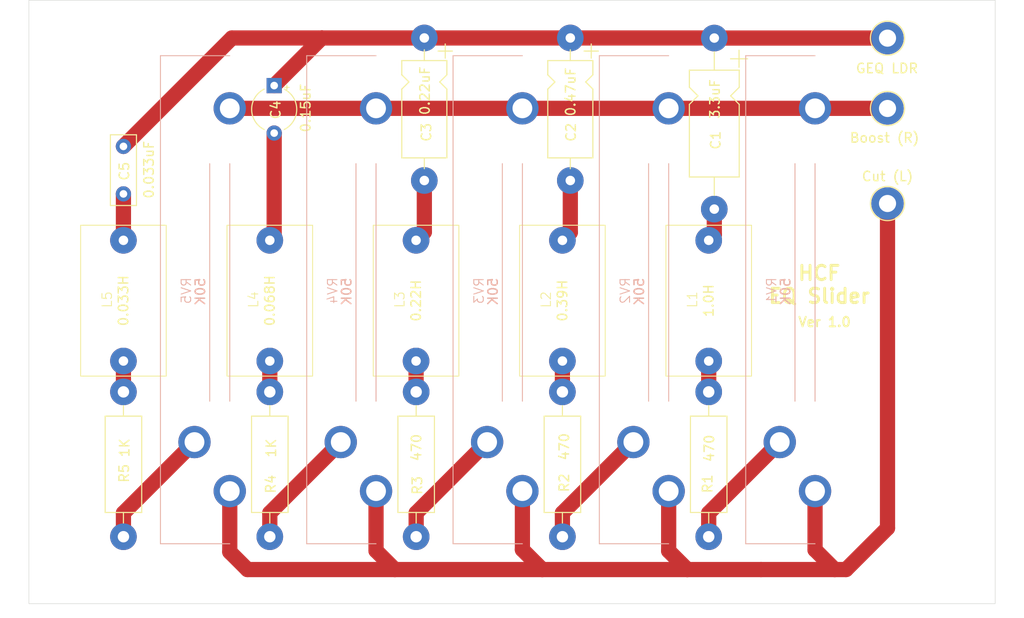
<source format=kicad_pcb>
(kicad_pcb (version 20241229) (generator "pcbnew") (generator_version "9.0")
  (layers (0 "F.Cu" signal) (2 "B.Cu" signal) (13 "F.Paste" user) (15 "B.Paste" user) (5 "F.SilkS" user "F.Silkscreen") (7 "B.SilkS" user "B.Silkscreen") (1 "F.Mask" user) (3 "B.Mask" user) (25 "Edge.Cuts" user))
  (net 0 "")
  (net 1 "Net-(C1-Pad1)")
  (net 2 "Net-(C1-Pad2)")
  (net 3 "Net-(C2-Pad2)")
  (net 4 "Net-(C3-Pad2)")
  (net 5 "Net-(R1-Pad1)")
  (net 6 "Net-(L1-Pad1)")
  (net 7 "Net-(L2-Pad1)")
  (net 8 "Net-(R2-Pad1)")
  (net 9 "Net-(R3-Pad1)")
  (net 10 "Net-(L3-Pad1)")
  (net 11 "Net-(R4-Pad1)")
  (net 12 "Net-(L4-Pad1)")
  (net 13 "Net-(L5-Pad1)")
  (net 14 "Net-(R5-Pad1)")
  (net 15 "Net-(RV1-Pad3)")
  (net 16 "Net-(RV1-Pad1)")
  (net 17 "Net-(C5-Pad2)")
  (net 18 "Net-(C4-Pad2)")
  (footprint "MountingHole:MountingHole_4mm" (layer "F.Cu") (at 202.82 126.03)
    (property "Reference" "REF**" (hide yes))
    (property "Value" "MountingHole_4mm")
    (pad "" np_thru_hole circle (at 0 0) (size 4 4) (drill 4) (layers "*.Cu" "*.Mask"))
  )
  (footprint "Capacitor_THT:CP_Axial_L10.0mm_D4.5mm_P15.00mm_Horizontal" (layer "F.Cu") (at 162.4475 70.81 -90)
    (property "Reference" "C2" (at 9.93 -0.0725 90) (layer "F.SilkS"))
    (property "Value" "0.47uF" (at 5.67 -0.0325 90) (layer "F.SilkS"))
    (fp_line (start 2.38 2.37) (end 3.88 2.37) (stroke (width 0.12)) (layer "F.SilkS"))
    (fp_line (start 3.88 2.37) (end 4.63 1.62) (stroke (width 0.12)) (layer "F.SilkS"))
    (fp_line (start 5.38 2.37) (end 12.62 2.37) (stroke (width 0.12)) (layer "F.SilkS"))
    (fp_line (start 4.63 1.62) (end 5.38 2.37) (stroke (width 0.12)) (layer "F.SilkS"))
    (fp_line (start 1.24 0) (end 2.38 0) (stroke (width 0.12)) (layer "F.SilkS"))
    (fp_line (start 13.76 0) (end 12.62 0) (stroke (width 0.12)) (layer "F.SilkS"))
    (fp_line (start 4.63 -1.62) (end 5.38 -2.37) (stroke (width 0.12)) (layer "F.SilkS"))
    (fp_line (start 0.63 -2.2) (end 2.13 -2.2) (stroke (width 0.12)) (layer "F.SilkS"))
    (fp_line (start 2.38 -2.37) (end 2.38 2.37) (stroke (width 0.12)) (layer "F.SilkS"))
    (fp_line (start 2.38 -2.37) (end 3.88 -2.37) (stroke (width 0.12)) (layer "F.SilkS"))
    (fp_line (start 3.88 -2.37) (end 4.63 -1.62) (stroke (width 0.12)) (layer "F.SilkS"))
    (fp_line (start 5.38 -2.37) (end 12.62 -2.37) (stroke (width 0.12)) (layer "F.SilkS"))
    (fp_line (start 12.62 -2.37) (end 12.62 2.37) (stroke (width 0.12)) (layer "F.SilkS"))
    (fp_line (start 1.38 -2.95) (end 1.38 -1.45) (stroke (width 0.12)) (layer "F.SilkS"))
    (pad "1" thru_hole circle (at 0 0 270) (size 2.8 2.8) (drill 1) (layers "*.Cu" "*.Mask") (net 1 "Net-(C1-Pad1)"))
    (pad "2" thru_hole circle (at 15 0 270) (size 2.8 2.8) (drill 1) (layers "*.Cu" "*.Mask") (net 3 "Net-(C2-Pad2)"))
  )
  (footprint "Resistor_THT:R_Axial_DIN0411_L9.9mm_D3.6mm_P15.24mm_Horizontal" (layer "F.Cu") (at 146.24 123.295 90)
    (property "Reference" "R3" (at 5.4 0.12 90) (layer "F.SilkS"))
    (property "Value" "470" (at 9.38 0.03 90) (layer "F.SilkS"))
    (fp_line (start 12.69 -1.92) (end 2.55 -1.92) (stroke (width 0.12)) (layer "F.SilkS"))
    (fp_line (start 2.55 -1.92) (end 2.55 1.92) (stroke (width 0.12)) (layer "F.SilkS"))
    (fp_line (start 13.8 0) (end 12.69 0) (stroke (width 0.12)) (layer "F.SilkS"))
    (fp_line (start 1.44 0) (end 2.55 0) (stroke (width 0.12)) (layer "F.SilkS"))
    (fp_line (start 12.69 1.92) (end 12.69 -1.92) (stroke (width 0.12)) (layer "F.SilkS"))
    (fp_line (start 2.55 1.92) (end 12.69 1.92) (stroke (width 0.12)) (layer "F.SilkS"))
    (pad "1" thru_hole circle (at 0 0 90) (size 2.8 2.8) (drill 1.2) (layers "*.Cu" "*.Mask") (net 9 "Net-(R3-Pad1)"))
    (pad "2" thru_hole circle (at 15.24 0 90) (size 2.8 2.8) (drill 1.2) (layers "*.Cu" "*.Mask") (net 10 "Net-(L3-Pad1)"))
  )
  (footprint "Capacitor_THT:CP_Axial_L11.0mm_D5.0mm_P18.00mm_Horizontal" (layer "F.Cu") (at 177.5875 70.82 -90)
    (property "Reference" "C1" (at 10.75 -0.1425 90) (layer "F.SilkS"))
    (property "Value" "3.3uF" (at 6.41 -0.0625 90) (layer "F.SilkS"))
    (fp_line (start 3.38 2.62) (end 5.18 2.62) (stroke (width 0.12)) (layer "F.SilkS"))
    (fp_line (start 5.18 2.62) (end 6.08 1.72) (stroke (width 0.12)) (layer "F.SilkS"))
    (fp_line (start 6.98 2.62) (end 14.62 2.62) (stroke (width 0.12)) (layer "F.SilkS"))
    (fp_line (start 6.08 1.72) (end 6.98 2.62) (stroke (width 0.12)) (layer "F.SilkS"))
    (fp_line (start 1.44 0) (end 3.38 0) (stroke (width 0.12)) (layer "F.SilkS"))
    (fp_line (start 16.56 0) (end 14.62 0) (stroke (width 0.12)) (layer "F.SilkS"))
    (fp_line (start 6.08 -1.72) (end 6.98 -2.62) (stroke (width 0.12)) (layer "F.SilkS"))
    (fp_line (start 1.28 -2.6) (end 3.08 -2.6) (stroke (width 0.12)) (layer "F.SilkS"))
    (fp_line (start 3.38 -2.62) (end 3.38 2.62) (stroke (width 0.12)) (layer "F.SilkS"))
    (fp_line (start 3.38 -2.62) (end 5.18 -2.62) (stroke (width 0.12)) (layer "F.SilkS"))
    (fp_line (start 5.18 -2.62) (end 6.08 -1.72) (stroke (width 0.12)) (layer "F.SilkS"))
    (fp_line (start 6.98 -2.62) (end 14.62 -2.62) (stroke (width 0.12)) (layer "F.SilkS"))
    (fp_line (start 14.62 -2.62) (end 14.62 2.62) (stroke (width 0.12)) (layer "F.SilkS"))
    (fp_line (start 2.18 -3.5) (end 2.18 -1.7) (stroke (width 0.12)) (layer "F.SilkS"))
    (pad "1" thru_hole circle (at 0 0 270) (size 2.8 2.8) (drill 1) (layers "*.Cu" "*.Mask") (net 1 "Net-(C1-Pad1)"))
    (pad "2" thru_hole circle (at 18 0 270) (size 2.8 2.8) (drill 1) (layers "*.Cu" "*.Mask") (net 2 "Net-(C1-Pad2)"))
  )
  (footprint "HiroFootprints:MB Inductor" (layer "F.Cu") (at 177 104.805 90)
    (property "Reference" "L1" (at 6.46 -1.72 90) (layer "F.SilkS") (effects (font (thickness 0.1))))
    (property "Value" "1.0H" (at 6.35 0 90) (layer "F.SilkS"))
    (fp_rect (start -1.5875 -4.5) (end 14.2875 4.5) (stroke (width 0.1)) (fill no) (layer "F.SilkS"))
    (pad "1" thru_hole circle (at 0 0 90) (size 2.8 2.8) (drill 1) (layers "*.Cu" "*.Mask") (net 6 "Net-(L1-Pad1)"))
    (pad "2" thru_hole circle (at 12.7 0 90) (size 2.8 2.8) (drill 1) (layers "*.Cu" "*.Mask") (net 2 "Net-(C1-Pad2)"))
  )
  (footprint "Resistor_THT:R_Axial_DIN0411_L9.9mm_D3.6mm_P15.24mm_Horizontal" (layer "F.Cu") (at 115.46 123.295 90)
    (property "Reference" "R5" (at 6.67 0.07 90) (layer "F.SilkS"))
    (property "Value" "1K" (at 9.36 0.12 90) (layer "F.SilkS"))
    (fp_line (start 12.69 -1.92) (end 2.55 -1.92) (stroke (width 0.12)) (layer "F.SilkS"))
    (fp_line (start 2.55 -1.92) (end 2.55 1.92) (stroke (width 0.12)) (layer "F.SilkS"))
    (fp_line (start 13.8 0) (end 12.69 0) (stroke (width 0.12)) (layer "F.SilkS"))
    (fp_line (start 1.44 0) (end 2.55 0) (stroke (width 0.12)) (layer "F.SilkS"))
    (fp_line (start 12.69 1.92) (end 12.69 -1.92) (stroke (width 0.12)) (layer "F.SilkS"))
    (fp_line (start 2.55 1.92) (end 12.69 1.92) (stroke (width 0.12)) (layer "F.SilkS"))
    (pad "1" thru_hole circle (at 0 0 90) (size 2.8 2.8) (drill 1.2) (layers "*.Cu" "*.Mask") (net 14 "Net-(R5-Pad1)"))
    (pad "2" thru_hole circle (at 15.24 0 90) (size 2.8 2.8) (drill 1.2) (layers "*.Cu" "*.Mask") (net 13 "Net-(L5-Pad1)"))
  )
  (footprint "Capacitor_THT:CP_Radial_Tantal_D4.5mm_P5.00mm" (layer "F.Cu") (at 131.31 75.82 -90)
    (property "Reference" "C4" (at 2.56 -0.16 90) (layer "F.SilkS"))
    (property "Value" "0.15uF" (at 2.36 -3.31 90) (layer "F.SilkS"))
    (fp_line (start -0.037288 -1.335) (end 0.412712 -1.335) (stroke (width 0.12)) (layer "F.SilkS"))
    (fp_line (start 0.187712 -1.56) (end 0.187712 -1.11) (stroke (width 0.12)) (layer "F.SilkS"))
    (fp_arc (start 4.619741 1.06) (mid 2.5 2.37) (end 0.380259 1.06) (stroke (width 0.12)) (layer "F.SilkS"))
    (fp_arc (start 0.380259 -1.06) (mid 2.5 -2.37) (end 4.619741 -1.06) (stroke (width 0.12)) (layer "F.SilkS"))
    (pad "1" thru_hole rect (at 0 0 270) (size 1.6 1.6) (drill 0.8) (layers "*.Cu" "*.Mask") (net 1 "Net-(C1-Pad1)"))
    (pad "2" thru_hole circle (at 5 0 270) (size 1.6 1.6) (drill 0.8) (layers "*.Cu" "*.Mask") (net 18 "Net-(C4-Pad2)"))
  )
  (footprint "HiroFootprints:Out_Hole_3.4_1.8" (layer "F.Cu") (at 195.8 88.23)
    (property "Reference" "TP1" (hide yes))
    (property "Value" "Cut (L)" (at 0 -2.855875 0) (layer "F.SilkS"))
    (fp_circle (center 0 0) (end 1.8 0) (stroke (width 0.12)) (fill no) (layer "F.SilkS"))
    (pad "1" thru_hole circle (at 0 0) (size 3.4 3.4) (drill 1.8) (layers "*.Cu" "*.Mask") (net 15 "Net-(RV1-Pad3)"))
  )
  (footprint "MountingHole:MountingHole_4mm" (layer "F.Cu") (at 109.82 71.15)
    (property "Reference" "REF**" (hide yes))
    (property "Value" "MountingHole_4mm")
    (pad "" np_thru_hole circle (at 0 0) (size 4 4) (drill 4) (layers "*.Cu" "*.Mask"))
  )
  (footprint "Resistor_THT:R_Axial_DIN0411_L9.9mm_D3.6mm_P15.24mm_Horizontal" (layer "F.Cu") (at 161.6175 123.295 90)
    (property "Reference" "R2" (at 5.67 0.19 90) (layer "F.SilkS"))
    (property "Value" "470" (at 9.47 0.19 90) (layer "F.SilkS"))
    (fp_line (start 12.69 -1.92) (end 2.55 -1.92) (stroke (width 0.12)) (layer "F.SilkS"))
    (fp_line (start 2.55 -1.92) (end 2.55 1.92) (stroke (width 0.12)) (layer "F.SilkS"))
    (fp_line (start 13.8 0) (end 12.69 0) (stroke (width 0.12)) (layer "F.SilkS"))
    (fp_line (start 1.44 0) (end 2.55 0) (stroke (width 0.12)) (layer "F.SilkS"))
    (fp_line (start 12.69 1.92) (end 12.69 -1.92) (stroke (width 0.12)) (layer "F.SilkS"))
    (fp_line (start 2.55 1.92) (end 12.69 1.92) (stroke (width 0.12)) (layer "F.SilkS"))
    (pad "1" thru_hole circle (at 0 0 90) (size 2.8 2.8) (drill 1.2) (layers "*.Cu" "*.Mask") (net 8 "Net-(R2-Pad1)"))
    (pad "2" thru_hole circle (at 15.24 0 90) (size 2.8 2.8) (drill 1.2) (layers "*.Cu" "*.Mask") (net 7 "Net-(L2-Pad1)"))
  )
  (footprint "HiroFootprints:Out_Hole_3.4_1.8" (layer "F.Cu") (at 195.8 70.83)
    (property "Reference" "TP3" (hide yes))
    (property "Value" "GEQ LDR" (at -0.05 3.18 0) (layer "F.SilkS"))
    (fp_circle (center 0 0) (end 1.8 0) (stroke (width 0.12)) (fill no) (layer "F.SilkS"))
    (pad "1" thru_hole circle (at 0 0) (size 3.4 3.4) (drill 1.8) (layers "*.Cu" "*.Mask") (net 1 "Net-(C1-Pad1)"))
  )
  (footprint "Capacitor_THT:C_Rect_L7.2mm_W2.5mm_P5.00mm_FKS2_FKP2_MKS2_MKP2" (layer "F.Cu") (at 115.46 82.22 -90)
    (property "Reference" "C5" (at 2.61 -0.09 90) (layer "F.SilkS"))
    (property "Value" "0.033uF" (at 2.45 -2.68 90) (layer "F.SilkS"))
    (fp_line (start -1.22 1.37) (end 6.22 1.37) (stroke (width 0.12)) (layer "F.SilkS"))
    (fp_line (start -1.22 -1.37) (end -1.22 1.37) (stroke (width 0.12)) (layer "F.SilkS"))
    (fp_line (start -1.22 -1.37) (end 6.22 -1.37) (stroke (width 0.12)) (layer "F.SilkS"))
    (fp_line (start 6.22 -1.37) (end 6.22 1.37) (stroke (width 0.12)) (layer "F.SilkS"))
    (pad "1" thru_hole circle (at 0 0 270) (size 1.6 1.6) (drill 0.8) (layers "*.Cu" "*.Mask") (net 1 "Net-(C1-Pad1)"))
    (pad "2" thru_hole circle (at 5 0 270) (size 1.6 1.6) (drill 0.8) (layers "*.Cu" "*.Mask") (net 17 "Net-(C5-Pad2)"))
  )
  (footprint "MountingHole:MountingHole_4mm" (layer "F.Cu") (at 202.82 71.15)
    (property "Reference" "REF**" (hide yes))
    (property "Value" "MountingHole_4mm")
    (pad "" np_thru_hole circle (at 0 0) (size 4 4) (drill 4) (layers "*.Cu" "*.Mask"))
  )
  (footprint "Resistor_THT:R_Axial_DIN0411_L9.9mm_D3.6mm_P15.24mm_Horizontal" (layer "F.Cu") (at 177 123.295 90)
    (property "Reference" "R1" (at 5.57 -0.12 90) (layer "F.SilkS"))
    (property "Value" "470" (at 9.3 0.06 90) (layer "F.SilkS"))
    (fp_line (start 12.69 -1.92) (end 2.55 -1.92) (stroke (width 0.12)) (layer "F.SilkS"))
    (fp_line (start 2.55 -1.92) (end 2.55 1.92) (stroke (width 0.12)) (layer "F.SilkS"))
    (fp_line (start 13.8 0) (end 12.69 0) (stroke (width 0.12)) (layer "F.SilkS"))
    (fp_line (start 1.44 0) (end 2.55 0) (stroke (width 0.12)) (layer "F.SilkS"))
    (fp_line (start 12.69 1.92) (end 12.69 -1.92) (stroke (width 0.12)) (layer "F.SilkS"))
    (fp_line (start 2.55 1.92) (end 12.69 1.92) (stroke (width 0.12)) (layer "F.SilkS"))
    (pad "1" thru_hole circle (at 0 0 90) (size 2.8 2.8) (drill 1.2) (layers "*.Cu" "*.Mask") (net 5 "Net-(R1-Pad1)"))
    (pad "2" thru_hole circle (at 15.24 0 90) (size 2.8 2.8) (drill 1.2) (layers "*.Cu" "*.Mask") (net 6 "Net-(L1-Pad1)"))
  )
  (footprint "HiroFootprints:MB Inductor" (layer "F.Cu") (at 130.85 104.805 90)
    (property "Reference" "L4" (at 6.46 -1.72 90) (layer "F.SilkS") (effects (font (thickness 0.1))))
    (property "Value" "0.068H" (at 6.35 0 90) (layer "F.SilkS"))
    (fp_rect (start -1.5875 -4.5) (end 14.2875 4.5) (stroke (width 0.1)) (fill no) (layer "F.SilkS"))
    (pad "1" thru_hole circle (at 0 0 90) (size 2.8 2.8) (drill 1) (layers "*.Cu" "*.Mask") (net 12 "Net-(L4-Pad1)"))
    (pad "2" thru_hole circle (at 12.7 0 90) (size 2.8 2.8) (drill 1) (layers "*.Cu" "*.Mask") (net 18 "Net-(C4-Pad2)"))
  )
  (footprint "MountingHole:MountingHole_4mm" (layer "F.Cu") (at 109.82 126.03)
    (property "Reference" "REF**" (hide yes))
    (property "Value" "MountingHole_4mm")
    (pad "" np_thru_hole circle (at 0 0) (size 4 4) (drill 4) (layers "*.Cu" "*.Mask"))
  )
  (footprint "HiroFootprints:MB Inductor" (layer "F.Cu") (at 146.23 104.805 90)
    (property "Reference" "L3" (at 6.46 -1.72 90) (layer "F.SilkS") (effects (font (thickness 0.1))))
    (property "Value" "0.22H" (at 6.35 0 90) (layer "F.SilkS"))
    (fp_rect (start -1.5875 -4.5) (end 14.2875 4.5) (stroke (width 0.1)) (fill no) (layer "F.SilkS"))
    (pad "1" thru_hole circle (at 0 0 90) (size 2.8 2.8) (drill 1) (layers "*.Cu" "*.Mask") (net 10 "Net-(L3-Pad1)"))
    (pad "2" thru_hole circle (at 12.7 0 90) (size 2.8 2.8) (drill 1) (layers "*.Cu" "*.Mask") (net 4 "Net-(C3-Pad2)"))
  )
  (footprint "HiroFootprints:MB Inductor" (layer "F.Cu") (at 161.6175 104.805 90)
    (property "Reference" "L2" (at 6.46 -1.72 90) (layer "F.SilkS") (effects (font (thickness 0.1))))
    (property "Value" "0.39H" (at 6.35 0 90) (layer "F.SilkS"))
    (fp_rect (start -1.5875 -4.5) (end 14.2875 4.5) (stroke (width 0.1)) (fill no) (layer "F.SilkS"))
    (pad "1" thru_hole circle (at 0 0 90) (size 2.8 2.8) (drill 1) (layers "*.Cu" "*.Mask") (net 7 "Net-(L2-Pad1)"))
    (pad "2" thru_hole circle (at 12.7 0 90) (size 2.8 2.8) (drill 1) (layers "*.Cu" "*.Mask") (net 3 "Net-(C2-Pad2)"))
  )
  (footprint "HiroFootprints:Out_Hole_3.4_1.8" (layer "F.Cu") (at 195.8 78.23)
    (property "Reference" "TP2" (hide yes))
    (property "Value" "Boost (R)" (at -0.31 3.085 0) (layer "F.SilkS"))
    (fp_circle (center 0 0) (end 1.8 0) (stroke (width 0.12)) (fill no) (layer "F.SilkS"))
    (pad "1" thru_hole circle (at 0 0) (size 3.4 3.4) (drill 1.8) (layers "*.Cu" "*.Mask") (net 16 "Net-(RV1-Pad1)"))
  )
  (footprint "Capacitor_THT:CP_Axial_L10.0mm_D4.5mm_P15.00mm_Horizontal" (layer "F.Cu") (at 147.0975 70.81 -90)
    (property "Reference" "C3" (at 9.93 -0.2125 90) (layer "F.SilkS"))
    (property "Value" "0.22uF" (at 5.55 -0.0625 90) (layer "F.SilkS"))
    (fp_line (start 2.38 2.37) (end 3.88 2.37) (stroke (width 0.12)) (layer "F.SilkS"))
    (fp_line (start 3.88 2.37) (end 4.63 1.62) (stroke (width 0.12)) (layer "F.SilkS"))
    (fp_line (start 5.38 2.37) (end 12.62 2.37) (stroke (width 0.12)) (layer "F.SilkS"))
    (fp_line (start 4.63 1.62) (end 5.38 2.37) (stroke (width 0.12)) (layer "F.SilkS"))
    (fp_line (start 1.24 0) (end 2.38 0) (stroke (width 0.12)) (layer "F.SilkS"))
    (fp_line (start 13.76 0) (end 12.62 0) (stroke (width 0.12)) (layer "F.SilkS"))
    (fp_line (start 4.63 -1.62) (end 5.38 -2.37) (stroke (width 0.12)) (layer "F.SilkS"))
    (fp_line (start 0.63 -2.2) (end 2.13 -2.2) (stroke (width 0.12)) (layer "F.SilkS"))
    (fp_line (start 2.38 -2.37) (end 2.38 2.37) (stroke (width 0.12)) (layer "F.SilkS"))
    (fp_line (start 2.38 -2.37) (end 3.88 -2.37) (stroke (width 0.12)) (layer "F.SilkS"))
    (fp_line (start 3.88 -2.37) (end 4.63 -1.62) (stroke (width 0.12)) (layer "F.SilkS"))
    (fp_line (start 5.38 -2.37) (end 12.62 -2.37) (stroke (width 0.12)) (layer "F.SilkS"))
    (fp_line (start 12.62 -2.37) (end 12.62 2.37) (stroke (width 0.12)) (layer "F.SilkS"))
    (fp_line (start 1.38 -2.95) (end 1.38 -1.45) (stroke (width 0.12)) (layer "F.SilkS"))
    (pad "1" thru_hole circle (at 0 0 270) (size 2.8 2.8) (drill 1) (layers "*.Cu" "*.Mask") (net 1 "Net-(C1-Pad1)"))
    (pad "2" thru_hole circle (at 15 0 270) (size 2.8 2.8) (drill 1) (layers "*.Cu" "*.Mask") (net 4 "Net-(C3-Pad2)"))
  )
  (footprint "HiroFootprints:MB Inductor" (layer "F.Cu") (at 115.46 104.805 90)
    (property "Reference" "L5" (at 6.46 -1.72 90) (layer "F.SilkS") (effects (font (thickness 0.1))))
    (property "Value" "0.033H" (at 6.35 0 90) (layer "F.SilkS"))
    (fp_rect (start -1.5875 -4.5) (end 14.2875 4.5) (stroke (width 0.1)) (fill no) (layer "F.SilkS"))
    (pad "1" thru_hole circle (at 0 0 90) (size 2.8 2.8) (drill 1) (layers "*.Cu" "*.Mask") (net 13 "Net-(L5-Pad1)"))
    (pad "2" thru_hole circle (at 12.7 0 90) (size 2.8 2.8) (drill 1) (layers "*.Cu" "*.Mask") (net 17 "Net-(C5-Pad2)"))
  )
  (footprint "Resistor_THT:R_Axial_DIN0411_L9.9mm_D3.6mm_P15.24mm_Horizontal" (layer "F.Cu") (at 130.85 123.295 90)
    (property "Reference" "R4" (at 5.54 0.1 90) (layer "F.SilkS"))
    (property "Value" "1K" (at 9.33 0.15 90) (layer "F.SilkS"))
    (fp_line (start 12.69 -1.92) (end 2.55 -1.92) (stroke (width 0.12)) (layer "F.SilkS"))
    (fp_line (start 2.55 -1.92) (end 2.55 1.92) (stroke (width 0.12)) (layer "F.SilkS"))
    (fp_line (start 13.8 0) (end 12.69 0) (stroke (width 0.12)) (layer "F.SilkS"))
    (fp_line (start 1.44 0) (end 2.55 0) (stroke (width 0.12)) (layer "F.SilkS"))
    (fp_line (start 12.69 1.92) (end 12.69 -1.92) (stroke (width 0.12)) (layer "F.SilkS"))
    (fp_line (start 2.55 1.92) (end 12.69 1.92) (stroke (width 0.12)) (layer "F.SilkS"))
    (pad "1" thru_hole circle (at 0 0 90) (size 2.8 2.8) (drill 1.2) (layers "*.Cu" "*.Mask") (net 11 "Net-(R4-Pad1)"))
    (pad "2" thru_hole circle (at 15.24 0 90) (size 2.8 2.8) (drill 1.2) (layers "*.Cu" "*.Mask") (net 12 "Net-(L4-Pad1)"))
  )
  (footprint "HiroFootprints:Mesa 588536" (layer "B.Cu") (at 142.02 124.035 -90)
    (property "Reference" "RV4" (at -26.63 4.57 90) (layer "B.SilkS") (effects (font (thickness 0.1)) (justify mirror)))
    (property "Value" "50K" (at -26.53 3.1 90) (layer "B.SilkS") (effects (justify mirror)))
    (fp_line (start 0 7.29) (end -51.36 7.29) (stroke (width 0.1)) (layer "B.SilkS"))
    (fp_line (start -40 2.11) (end -15 2.11) (stroke (width 0.1)) (layer "B.SilkS"))
    (fp_line (start -51.36 0) (end -51.36 7.29) (stroke (width 0.1)) (layer "B.SilkS"))
    (fp_line (start -15 0) (end -40 0) (stroke (width 0.1)) (layer "B.SilkS"))
    (fp_line (start 0 0) (end 0 7.29) (stroke (width 0.1)) (layer "B.SilkS"))
    (pad "1" thru_hole circle (at -45.82 0 270) (size 3.4 3.4) (drill 2.08) (layers "*.Cu" "*.Mask") (net 16 "Net-(RV1-Pad1)"))
    (pad "2" thru_hole circle (at -10.7 3.71 270) (size 3.4 3.4) (drill 2.08) (layers "*.Cu" "*.Mask") (net 11 "Net-(R4-Pad1)"))
    (pad "3" thru_hole circle (at -5.54 0 270) (size 3.4 3.4) (drill 2.08) (layers "*.Cu" "*.Mask") (net 15 "Net-(RV1-Pad3)"))
  )
  (footprint "HiroFootprints:Mesa 588536" (layer "B.Cu") (at 172.79 124.035 -90)
    (property "Reference" "RV2" (at -26.63 4.57 90) (layer "B.SilkS") (effects (font (thickness 0.1)) (justify mirror)))
    (property "Value" "50K" (at -26.53 3.1 90) (layer "B.SilkS") (effects (justify mirror)))
    (fp_line (start 0 7.29) (end -51.36 7.29) (stroke (width 0.1)) (layer "B.SilkS"))
    (fp_line (start -40 2.11) (end -15 2.11) (stroke (width 0.1)) (layer "B.SilkS"))
    (fp_line (start -51.36 0) (end -51.36 7.29) (stroke (width 0.1)) (layer "B.SilkS"))
    (fp_line (start -15 0) (end -40 0) (stroke (width 0.1)) (layer "B.SilkS"))
    (fp_line (start 0 0) (end 0 7.29) (stroke (width 0.1)) (layer "B.SilkS"))
    (pad "1" thru_hole circle (at -45.82 0 270) (size 3.4 3.4) (drill 2.08) (layers "*.Cu" "*.Mask") (net 16 "Net-(RV1-Pad1)"))
    (pad "2" thru_hole circle (at -10.7 3.71 270) (size 3.4 3.4) (drill 2.08) (layers "*.Cu" "*.Mask") (net 8 "Net-(R2-Pad1)"))
    (pad "3" thru_hole circle (at -5.54 0 270) (size 3.4 3.4) (drill 2.08) (layers "*.Cu" "*.Mask") (net 15 "Net-(RV1-Pad3)"))
  )
  (footprint "HiroFootprints:Mesa 588536" (layer "B.Cu") (at 157.41 124.035 -90)
    (property "Reference" "RV3" (at -26.63 4.57 90) (layer "B.SilkS") (effects (font (thickness 0.1)) (justify mirror)))
    (property "Value" "50K" (at -26.53 3.1 90) (layer "B.SilkS") (effects (justify mirror)))
    (fp_line (start 0 7.29) (end -51.36 7.29) (stroke (width 0.1)) (layer "B.SilkS"))
    (fp_line (start -40 2.11) (end -15 2.11) (stroke (width 0.1)) (layer "B.SilkS"))
    (fp_line (start -51.36 0) (end -51.36 7.29) (stroke (width 0.1)) (layer "B.SilkS"))
    (fp_line (start -15 0) (end -40 0) (stroke (width 0.1)) (layer "B.SilkS"))
    (fp_line (start 0 0) (end 0 7.29) (stroke (width 0.1)) (layer "B.SilkS"))
    (pad "1" thru_hole circle (at -45.82 0 270) (size 3.4 3.4) (drill 2.08) (layers "*.Cu" "*.Mask") (net 16 "Net-(RV1-Pad1)"))
    (pad "2" thru_hole circle (at -10.7 3.71 270) (size 3.4 3.4) (drill 2.08) (layers "*.Cu" "*.Mask") (net 9 "Net-(R3-Pad1)"))
    (pad "3" thru_hole circle (at -5.54 0 270) (size 3.4 3.4) (drill 2.08) (layers "*.Cu" "*.Mask") (net 15 "Net-(RV1-Pad3)"))
  )
  (footprint "HiroFootprints:Mesa 588536" (layer "B.Cu") (at 126.64 124.035 -90)
    (property "Reference" "RV5" (at -26.63 4.57 90) (layer "B.SilkS") (effects (font (thickness 0.1)) (justify mirror)))
    (property "Value" "50K" (at -26.53 3.1 90) (layer "B.SilkS") (effects (justify mirror)))
    (fp_line (start 0 7.29) (end -51.36 7.29) (stroke (width 0.1)) (layer "B.SilkS"))
    (fp_line (start -40 2.11) (end -15 2.11) (stroke (width 0.1)) (layer "B.SilkS"))
    (fp_line (start -51.36 0) (end -51.36 7.29) (stroke (width 0.1)) (layer "B.SilkS"))
    (fp_line (start -15 0) (end -40 0) (stroke (width 0.1)) (layer "B.SilkS"))
    (fp_line (start 0 0) (end 0 7.29) (stroke (width 0.1)) (layer "B.SilkS"))
    (pad "1" thru_hole circle (at -45.82 0 270) (size 3.4 3.4) (drill 2.08) (layers "*.Cu" "*.Mask") (net 16 "Net-(RV1-Pad1)"))
    (pad "2" thru_hole circle (at -10.7 3.71 270) (size 3.4 3.4) (drill 2.08) (layers "*.Cu" "*.Mask") (net 14 "Net-(R5-Pad1)"))
    (pad "3" thru_hole circle (at -5.54 0 270) (size 3.4 3.4) (drill 2.08) (layers "*.Cu" "*.Mask") (net 15 "Net-(RV1-Pad3)"))
  )
  (footprint "HiroFootprints:Mesa 588536" (layer "B.Cu") (at 188.18 124.035 -90)
    (property "Reference" "RV1" (at -26.63 4.57 90) (layer "B.SilkS") (effects (font (thickness 0.1)) (justify mirror)))
    (property "Value" "50K" (at -26.53 3.1 90) (layer "B.SilkS") (effects (justify mirror)))
    (fp_line (start 0 7.29) (end -51.36 7.29) (stroke (width 0.1)) (layer "B.SilkS"))
    (fp_line (start -40 2.11) (end -15 2.11) (stroke (width 0.1)) (layer "B.SilkS"))
    (fp_line (start -51.36 0) (end -51.36 7.29) (stroke (width 0.1)) (layer "B.SilkS"))
    (fp_line (start -15 0) (end -40 0) (stroke (width 0.1)) (layer "B.SilkS"))
    (fp_line (start 0 0) (end 0 7.29) (stroke (width 0.1)) (layer "B.SilkS"))
    (pad "1" thru_hole circle (at -45.82 0 270) (size 3.4 3.4) (drill 2.08) (layers "*.Cu" "*.Mask") (net 16 "Net-(RV1-Pad1)"))
    (pad "2" thru_hole circle (at -10.7 3.71 270) (size 3.4 3.4) (drill 2.08) (layers "*.Cu" "*.Mask") (net 5 "Net-(R1-Pad1)"))
    (pad "3" thru_hole circle (at -5.54 0 270) (size 3.4 3.4) (drill 2.08) (layers "*.Cu" "*.Mask") (net 15 "Net-(RV1-Pad3)"))
  )
  (gr_rect (start 105.52 66.84) (end 207.12 130.34) (stroke (width 0.05)) (fill no) (layer "Edge.Cuts"))
  (gr_text "Ver 1.0" (at 186.31 101.29 0) (layer "F.SilkS") (effects (font (size 1 1) (thickness 0.2) (bold yes)) (justify left bottom)))
  (gr_text "HCF\nEQ Slider" (at 188.62 98.85 0) (layer "F.SilkS") (effects (font (size 1.5 1.5) (thickness 0.3) (bold yes)) (justify bottom)))
  (segment (start 162.4475 70.81) (end 177.5775 70.81) (width 1.6) (layer "F.Cu") (net 1))
  (segment (start 195.79 70.82) (end 195.8 70.83) (width 1.6) (layer "F.Cu") (net 1))
  (segment (start 136.33 70.81) (end 147.0975 70.81) (width 1.6) (layer "F.Cu") (net 1))
  (segment (start 131.31 75.82) (end 136.32 70.81) (width 1.6) (layer "F.Cu") (net 1))
  (segment (start 147.0975 70.81) (end 162.4475 70.81) (width 1.6) (layer "F.Cu") (net 1))
  (segment (start 115.46 82.22) (end 126.87 70.81) (width 1.6) (layer "F.Cu") (net 1))
  (segment (start 177.5875 70.82) (end 195.79 70.82) (width 1.6) (layer "F.Cu") (net 1))
  (segment (start 136.32 70.81) (end 136.33 70.81) (width 1.6) (layer "F.Cu") (net 1))
  (segment (start 177.5775 70.81) (end 177.5875 70.82) (width 1.6) (layer "F.Cu") (net 1))
  (segment (start 126.87 70.81) (end 136.33 70.81) (width 1.6) (layer "F.Cu") (net 1))
  (segment (start 177.5875 88.82) (end 177.5875 91.5175) (width 1.6) (layer "F.Cu") (net 2))
  (segment (start 177.5875 91.5175) (end 177 92.105) (width 1.6) (layer "F.Cu") (net 2))
  (segment (start 162.4475 85.81) (end 162.4475 91.275) (width 1.6) (layer "F.Cu") (net 3))
  (segment (start 162.4475 91.275) (end 161.6175 92.105) (width 1.6) (layer "F.Cu") (net 3))
  (segment (start 147.0975 91.2375) (end 146.23 92.105) (width 1.6) (layer "F.Cu") (net 4))
  (segment (start 147.0975 85.81) (end 147.0975 91.2375) (width 1.6) (layer "F.Cu") (net 4))
  (segment (start 177 123.295) (end 177 120.805) (width 1.6) (layer "F.Cu") (net 5))
  (segment (start 177 120.805) (end 184.47 113.335) (width 1.6) (layer "F.Cu") (net 5))
  (segment (start 177 104.805) (end 177 108.055) (width 1.6) (layer "F.Cu") (net 6))
  (segment (start 161.6175 104.805) (end 161.6175 108.055) (width 1.6) (layer "F.Cu") (net 7))
  (segment (start 161.6175 120.7975) (end 169.08 113.335) (width 1.6) (layer "F.Cu") (net 8))
  (segment (start 161.6175 123.295) (end 161.6175 120.7975) (width 1.6) (layer "F.Cu") (net 8))
  (segment (start 146.24 120.795) (end 153.7 113.335) (width 1.6) (layer "F.Cu") (net 9))
  (segment (start 146.24 123.295) (end 146.24 120.795) (width 1.6) (layer "F.Cu") (net 9))
  (segment (start 146.23 108.045) (end 146.24 108.055) (width 1.6) (layer "F.Cu") (net 10))
  (segment (start 146.23 104.805) (end 146.23 108.045) (width 1.6) (layer "F.Cu") (net 10))
  (segment (start 130.85 123.295) (end 130.85 120.795) (width 1.6) (layer "F.Cu") (net 11))
  (segment (start 130.85 120.795) (end 138.31 113.335) (width 1.6) (layer "F.Cu") (net 11))
  (segment (start 130.85 104.805) (end 130.85 108.055) (width 1.6) (layer "F.Cu") (net 12))
  (segment (start 115.46 104.805) (end 115.46 108.055) (width 1.6) (layer "F.Cu") (net 13))
  (segment (start 115.46 123.295) (end 115.46 120.805) (width 1.6) (layer "F.Cu") (net 14))
  (segment (start 115.46 120.805) (end 122.93 113.335) (width 1.6) (layer "F.Cu") (net 14))
  (segment (start 188.18 118.495) (end 188.18 124.68) (width 1.6) (layer "F.Cu") (net 15))
  (segment (start 191.44 126.75) (end 190.25 126.75) (width 1.6) (layer "F.Cu") (net 15))
  (segment (start 182.5 126.75) (end 190.25 126.75) (width 1.6) (layer "F.Cu") (net 15))
  (segment (start 126.64 124.89) (end 126.75 125) (width 1.6) (layer "F.Cu") (net 15))
  (segment (start 195.8 122.39) (end 191.44 126.75) (width 1.6) (layer "F.Cu") (net 15))
  (segment (start 157.41 124.66) (end 159.5 126.75) (width 1.6) (layer "F.Cu") (net 15))
  (segment (start 157.41 118.495) (end 157.41 124.66) (width 1.6) (layer "F.Cu") (net 15))
  (segment (start 195.8 88.23) (end 195.8 122.39) (width 1.6) (layer "F.Cu") (net 15))
  (segment (start 142.02 124.77) (end 144 126.75) (width 1.6) (layer "F.Cu") (net 15))
  (segment (start 126.75 125) (end 128.5 126.75) (width 1.6) (layer "F.Cu") (net 15))
  (segment (start 172.79 118.495) (end 172.79 124.79) (width 1.6) (layer "F.Cu") (net 15))
  (segment (start 188.18 124.68) (end 190.25 126.75) (width 1.6) (layer "F.Cu") (net 15))
  (segment (start 144 126.75) (end 159.5 126.75) (width 1.6) (layer "F.Cu") (net 15))
  (segment (start 126.64 118.495) (end 126.64 124.89) (width 1.6) (layer "F.Cu") (net 15))
  (segment (start 174.75 126.75) (end 182.5 126.75) (width 1.6) (layer "F.Cu") (net 15))
  (segment (start 142.02 118.495) (end 142.02 124.77) (width 1.6) (layer "F.Cu") (net 15))
  (segment (start 172.79 124.79) (end 174.75 126.75) (width 1.6) (layer "F.Cu") (net 15))
  (segment (start 128.5 126.75) (end 144 126.75) (width 1.6) (layer "F.Cu") (net 15))
  (segment (start 159.5 126.75) (end 174.75 126.75) (width 1.6) (layer "F.Cu") (net 15))
  (segment (start 142.02 78.215) (end 157.41 78.215) (width 1.6) (layer "F.Cu") (net 16))
  (segment (start 157.41 78.215) (end 172.79 78.215) (width 1.6) (layer "F.Cu") (net 16))
  (segment (start 195.785 78.215) (end 195.8 78.23) (width 1.6) (layer "F.Cu") (net 16))
  (segment (start 172.79 78.215) (end 188.18 78.215) (width 1.6) (layer "F.Cu") (net 16))
  (segment (start 126.64 78.215) (end 142.02 78.215) (width 1.6) (layer "F.Cu") (net 16))
  (segment (start 188.18 78.215) (end 195.785 78.215) (width 1.6) (layer "F.Cu") (net 16))
  (segment (start 115.46 92.105) (end 115.46 87.22) (width 1.6) (layer "F.Cu") (net 17))
  (segment (start 131.31 91.645) (end 130.85 92.105) (width 1.6) (layer "F.Cu") (net 18))
  (segment (start 131.31 80.82) (end 131.31 91.645) (width 1.6) (layer "F.Cu") (net 18))
)
</source>
